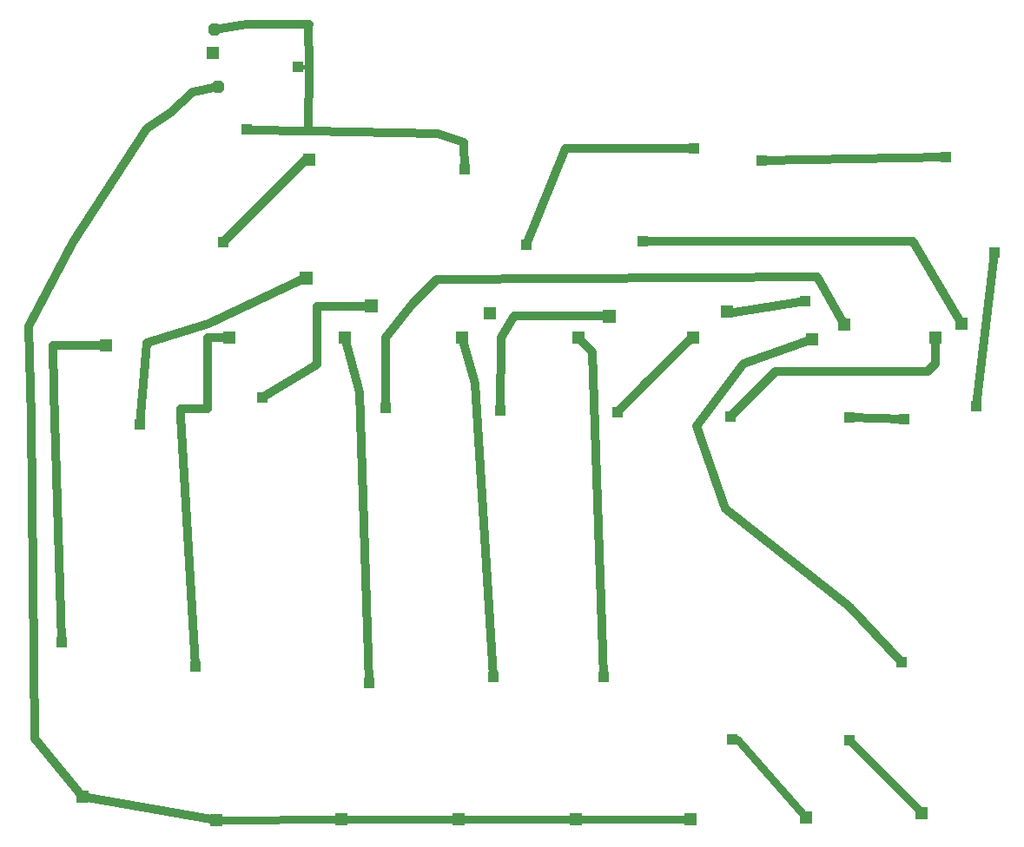
<source format=gbl>
G75*
%MOIN*%
%OFA0B0*%
%FSLAX25Y25*%
%IPPOS*%
%LPD*%
%AMOC8*
5,1,8,0,0,1.08239X$1,22.5*
%
%ADD10R,0.04992X0.04992*%
%ADD11R,0.04992X0.04992*%
%ADD12R,0.03962X0.03962*%
%ADD13C,0.03268*%
%ADD14C,0.03200*%
%ADD15C,0.03150*%
%ADD16OC8,0.04750*%
%ADD17C,0.01600*%
%ADD18R,0.04750X0.04750*%
D10*
X0276168Y0021374D03*
X0327507Y0012240D03*
X0375656Y0012634D03*
X0420656Y0012634D03*
X0465656Y0012634D03*
X0509672Y0012634D03*
X0553885Y0013224D03*
X0598097Y0014917D03*
X0285066Y0194524D03*
X0332428Y0197634D03*
X0376837Y0197634D03*
X0421837Y0197634D03*
X0432388Y0206965D03*
X0466640Y0197634D03*
X0510656Y0197634D03*
X0523412Y0207634D03*
X0556050Y0197043D03*
X0568412Y0202634D03*
X0603412Y0197634D03*
X0613412Y0202831D03*
X0363136Y0265941D03*
D11*
G36*
X0359530Y0218087D02*
X0359539Y0223078D01*
X0364530Y0223069D01*
X0364521Y0218078D01*
X0359530Y0218087D01*
G37*
G36*
X0384469Y0212317D02*
X0389460Y0212334D01*
X0389477Y0207343D01*
X0384486Y0207326D01*
X0384469Y0212317D01*
G37*
G36*
X0475906Y0208375D02*
X0480897Y0208436D01*
X0480958Y0203445D01*
X0475967Y0203384D01*
X0475906Y0208375D01*
G37*
D12*
X0491129Y0234602D03*
X0446444Y0233224D03*
X0422822Y0262161D03*
X0358845Y0301728D03*
X0339357Y0277713D03*
X0330105Y0234209D03*
X0345262Y0174760D03*
X0298215Y0164327D03*
X0392703Y0170626D03*
X0436601Y0169642D03*
X0481510Y0169079D03*
X0524790Y0167280D03*
X0570656Y0166886D03*
X0591522Y0166492D03*
X0619081Y0171413D03*
X0553530Y0211768D03*
X0626168Y0230272D03*
X0607467Y0267083D03*
X0536995Y0265705D03*
X0510814Y0270232D03*
X0268294Y0080665D03*
X0319475Y0071217D03*
X0386207Y0064917D03*
X0433845Y0067476D03*
X0476168Y0067280D03*
X0525381Y0043461D03*
X0570656Y0042870D03*
X0590538Y0072988D03*
D13*
X0476168Y0067280D02*
X0471837Y0192083D01*
X0466640Y0197634D01*
X0478432Y0205910D02*
X0441767Y0205910D01*
X0441719Y0205862D01*
X0436798Y0197791D01*
X0436601Y0169642D01*
X0426759Y0179878D02*
X0421837Y0197634D01*
X0402743Y0210587D02*
X0412192Y0220035D01*
X0558255Y0221020D01*
X0568412Y0202634D01*
X0556050Y0197043D02*
X0529908Y0187555D01*
X0542113Y0184602D02*
X0600381Y0184602D01*
X0603412Y0187634D01*
X0603412Y0197634D01*
X0613412Y0202831D02*
X0594869Y0234602D01*
X0491129Y0234602D01*
X0446444Y0233224D02*
X0461601Y0270232D01*
X0510814Y0270232D01*
X0536995Y0265705D02*
X0607467Y0267083D01*
X0626168Y0230272D02*
X0619081Y0171413D01*
X0591522Y0166492D02*
X0570656Y0166886D01*
X0542113Y0184602D02*
X0524790Y0167280D01*
X0509829Y0197398D02*
X0492140Y0179906D01*
X0481510Y0169079D01*
X0509829Y0197398D02*
X0510656Y0197634D01*
X0524199Y0206846D02*
X0553530Y0211768D01*
X0422822Y0262161D02*
X0422625Y0272594D01*
X0412388Y0275941D01*
X0363164Y0276875D01*
X0339751Y0277319D01*
X0339357Y0277713D01*
X0361837Y0265941D02*
X0363136Y0265941D01*
X0361837Y0265941D02*
X0330105Y0234209D01*
X0324641Y0202861D02*
X0362030Y0220578D01*
X0366325Y0209799D02*
X0386942Y0209799D01*
X0386973Y0209830D01*
X0392507Y0197791D02*
X0402743Y0210587D01*
X0392507Y0197791D02*
X0392703Y0170626D01*
X0382467Y0176531D02*
X0376837Y0197634D01*
X0366325Y0187358D02*
X0366325Y0209799D01*
X0332428Y0197634D02*
X0324199Y0197634D01*
X0324199Y0170232D01*
X0313963Y0170232D01*
X0313963Y0167476D01*
X0319475Y0071217D01*
X0268294Y0080665D02*
X0265341Y0176925D01*
X0264751Y0194524D01*
X0285066Y0194524D01*
X0300971Y0195823D02*
X0324641Y0202861D01*
X0300971Y0195823D02*
X0298215Y0164327D01*
X0345262Y0174760D02*
X0366325Y0187358D01*
X0382467Y0176531D02*
X0386207Y0064917D01*
D14*
X0276168Y0021374D02*
X0257854Y0043673D01*
X0256483Y0166886D01*
X0255499Y0202122D01*
X0272428Y0234406D01*
X0300971Y0277909D01*
X0310026Y0284012D01*
X0318688Y0291886D01*
X0328136Y0293854D01*
X0363091Y0301738D02*
X0362979Y0277319D01*
X0363091Y0301738D02*
X0362979Y0318067D01*
X0363176Y0317870D02*
X0339160Y0318067D01*
X0326759Y0316098D01*
X0511995Y0163736D02*
X0529908Y0187555D01*
X0511995Y0163736D02*
X0523018Y0132043D01*
X0570459Y0094445D01*
X0590538Y0072988D01*
X0433845Y0067476D02*
X0426759Y0179878D01*
X0327507Y0012240D02*
X0276168Y0021374D01*
D15*
X0327507Y0012240D02*
X0375656Y0012634D01*
X0420656Y0012634D01*
X0465656Y0012634D01*
X0509672Y0012634D01*
X0527585Y0043461D02*
X0553885Y0013224D01*
X0570656Y0042870D02*
X0598018Y0015508D01*
X0598097Y0014917D01*
X0527585Y0043461D02*
X0525381Y0043461D01*
D16*
X0328136Y0293854D03*
X0326759Y0316098D03*
D17*
X0358845Y0301728D02*
X0363082Y0301728D01*
X0363091Y0301738D01*
X0363176Y0317870D02*
X0362979Y0318067D01*
X0362979Y0277319D02*
X0363164Y0277319D01*
X0363164Y0276875D01*
D18*
X0326168Y0307043D03*
M02*

</source>
